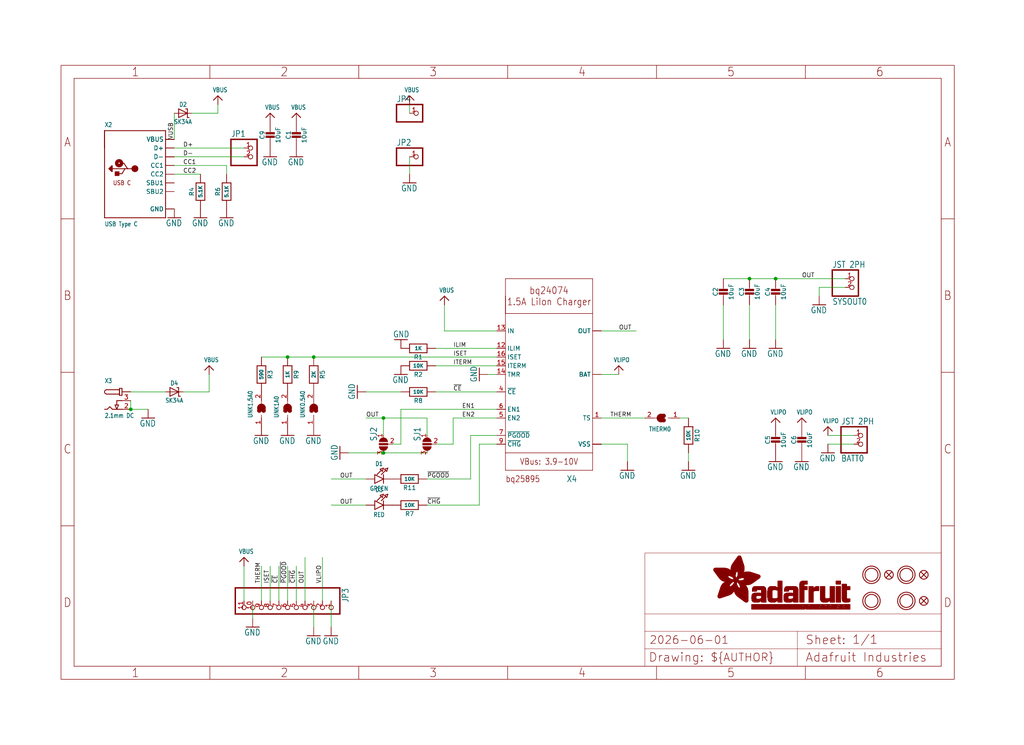
<source format=kicad_sch>
(kicad_sch (version 20230121) (generator eeschema)
  (paper "User" 298.45 217.322)
  (lib_symbols
    (symbol "working-eagle-import:BQ24074"
      (property "Reference" "X" (at 5.08 -27.94 0))
      (symbol "BQ24074_1_0"
        (text "bq24074\n1.5A LiIon Charger" (at 0 25.4 0) (effects (font (size 2.032 1.7272))))
        (text "bq25895" (at -12.7 -27.94 0) (effects (font (size 1.778 1.5113)) (justify left)))
        (text "VBus: 3.9-10V" (at 0 -22.86 0) (effects (font (size 1.778 1.5113))))
        (pin input line (at 15.24 -10.16 180) (length 2.54) (name "TS") (number "1"))
        (pin output line (at 15.24 15.24 180) (length 2.54) (name "OUT") (number "10"))
        (pin output line (at 15.24 15.24 180) (length 2.54) (name "OUT") (number "11"))
        (pin input line (at -15.24 10.16 0) (length 2.54) (name "ILIM") (number "12"))
        (pin power_in line (at -15.24 15.24 0) (length 2.54) (name "IN") (number "13"))
        (pin input line (at -15.24 2.54 0) (length 2.54) (name "TMR") (number "14"))
        (pin input line (at -15.24 5.08 0) (length 2.54) (name "ITERM") (number "15"))
        (pin input line (at -15.24 7.62 0) (length 2.54) (name "ISET") (number "16"))
        (pin input line (at 15.24 2.54 180) (length 2.54) (name "BAT") (number "2"))
        (pin input line (at 15.24 2.54 180) (length 2.54) (name "BAT") (number "3"))
        (pin input line (at -15.24 -2.54 0) (length 2.54) (name "~{CE}") (number "4"))
        (pin input line (at -15.24 -10.16 0) (length 2.54) (name "EN2") (number "5"))
        (pin input line (at -15.24 -7.62 0) (length 2.54) (name "EN1") (number "6"))
        (pin output line (at -15.24 -15.24 0) (length 2.54) (name "~{PGOOD}") (number "7"))
        (pin power_in line (at 15.24 -17.78 180) (length 2.54) (name "VSS") (number "8"))
        (pin output line (at -15.24 -17.78 0) (length 2.54) (name "~{CHG}") (number "9"))
        (pin power_in line (at 15.24 -17.78 180) (length 2.54) (name "VSS") (number "THERMAL"))
      )
    )
    (symbol "working-eagle-import:CAP_CERAMIC0805-NOOUTLINE"
      (property "Reference" "C" (at -2.29 1.25 90))
      (symbol "CAP_CERAMIC0805-NOOUTLINE_1_0"
        (pin passive line (at 0 5.08 270) (length 2.54) (name "1") (number "1"))
        (pin passive line (at 0 -2.54 90) (length 2.54) (name "2") (number "2"))
      )
    )
    (symbol "working-eagle-import:DCBARRELSMT"
      (property "Reference" "X" (at -5.08 5.08 0))
      (symbol "DCBARRELSMT_1_0"
        (pin power_in line (at 2.54 2.54 180) (length 2.54) (name "PWR") (number "1"))
        (pin power_in line (at 2.54 2.54 180) (length 2.54) (name "PWR") (number "1'"))
        (pin power_in line (at 2.54 -2.54 180) (length 2.54) (name "GND") (number "2"))
        (pin power_in line (at 2.54 0 180) (length 2.54) (name "GNDBREAK") (number "3"))
      )
    )
    (symbol "working-eagle-import:DIODE-SCHOTTKYSMA"
      (property "Reference" "D" (at 0 2.54 0))
      (symbol "DIODE-SCHOTTKYSMA_1_0"
        (pin passive line (at -2.54 0 0) (length 2.54) (name "A") (number "A"))
        (pin passive line (at 2.54 0 180) (length 2.54) (name "C") (number "C"))
      )
    )
    (symbol "working-eagle-import:FIDUCIAL_1MM")
    (symbol "working-eagle-import:FRAME_A4_ADAFRUIT"
      (symbol "FRAME_A4_ADAFRUIT_1_0"
        (text "${#}/${##}" (at 230.505 10.16 0) (effects (font (size 2.54 2.54)) (justify left bottom)))
        (text "${AUTHOR}" (at 189.23 5.08 0) (effects (font (size 2.286 2.286)) (justify left bottom)))
        (text "${CURRENT_DATE}" (at 171.45 10.16 0) (effects (font (size 2.286 2.286)) (justify left bottom)))
        (text "${PROJECTNAME}" (at 171.45 15.24 0) (effects (font (size 2.54 2.54)) (justify left bottom)))
        (text "1" (at 21.6958 1.905 0) (effects (font (size 2.54 2.286))))
        (text "1" (at 21.6958 177.165 0) (effects (font (size 2.54 2.286))))
        (text "2" (at 65.0875 1.905 0) (effects (font (size 2.54 2.286))))
        (text "2" (at 65.0875 177.165 0) (effects (font (size 2.54 2.286))))
        (text "3" (at 108.4792 1.905 0) (effects (font (size 2.54 2.286))))
        (text "3" (at 108.4792 177.165 0) (effects (font (size 2.54 2.286))))
        (text "4" (at 151.8708 1.905 0) (effects (font (size 2.54 2.286))))
        (text "4" (at 151.8708 177.165 0) (effects (font (size 2.54 2.286))))
        (text "5" (at 195.2625 1.905 0) (effects (font (size 2.54 2.286))))
        (text "5" (at 195.2625 177.165 0) (effects (font (size 2.54 2.286))))
        (text "6" (at 238.6542 1.905 0) (effects (font (size 2.54 2.286))))
        (text "6" (at 238.6542 177.165 0) (effects (font (size 2.54 2.286))))
        (text "A" (at 1.905 156.6863 0) (effects (font (size 2.54 2.286))))
        (text "A" (at 258.445 156.6863 0) (effects (font (size 2.54 2.286))))
        (text "Adafruit Industries" (at 216.916 4.953 0) (effects (font (size 2.54 2.54)) (justify left bottom)))
        (text "B" (at 1.905 111.9188 0) (effects (font (size 2.54 2.286))))
        (text "B" (at 258.445 111.9188 0) (effects (font (size 2.54 2.286))))
        (text "C" (at 1.905 67.1513 0) (effects (font (size 2.54 2.286))))
        (text "C" (at 258.445 67.1513 0) (effects (font (size 2.54 2.286))))
        (text "D" (at 1.905 22.3838 0) (effects (font (size 2.54 2.286))))
        (text "D" (at 258.445 22.3838 0) (effects (font (size 2.54 2.286))))
        (text "Drawing:" (at 171.196 4.953 0) (effects (font (size 2.54 2.54)) (justify left bottom)))
        (text "Sheet:" (at 216.916 10.033 0) (effects (font (size 2.54 2.54)) (justify left bottom)))
      )
    )
    (symbol "working-eagle-import:HEADER-1X1"
      (property "Reference" "JP" (at -6.35 3.175 0))
      (symbol "HEADER-1X1_1_0"
        (pin passive inverted (at -2.54 0 0) (length 2.54) (name "1") (number "1"))
      )
    )
    (symbol "working-eagle-import:HEADER-1X1176MIL"
      (property "Reference" "JP" (at -6.35 15.875 0))
      (symbol "HEADER-1X1176MIL_1_0"
        (pin passive inverted (at -2.54 12.7 0) (length 2.54) (name "1") (number "1"))
        (pin passive inverted (at -2.54 -10.16 0) (length 2.54) (name "10") (number "10"))
        (pin passive inverted (at -2.54 -12.7 0) (length 2.54) (name "11") (number "11"))
        (pin passive inverted (at -2.54 10.16 0) (length 2.54) (name "2") (number "2"))
        (pin passive inverted (at -2.54 7.62 0) (length 2.54) (name "3") (number "3"))
        (pin passive inverted (at -2.54 5.08 0) (length 2.54) (name "4") (number "4"))
        (pin passive inverted (at -2.54 2.54 0) (length 2.54) (name "5") (number "5"))
        (pin passive inverted (at -2.54 0 0) (length 2.54) (name "6") (number "6"))
        (pin passive inverted (at -2.54 -2.54 0) (length 2.54) (name "7") (number "7"))
        (pin passive inverted (at -2.54 -5.08 0) (length 2.54) (name "8") (number "8"))
        (pin passive inverted (at -2.54 -7.62 0) (length 2.54) (name "9") (number "9"))
      )
    )
    (symbol "working-eagle-import:HEADER-1X2ROUND"
      (property "Reference" "JP" (at -6.35 5.715 0))
      (symbol "HEADER-1X2ROUND_1_0"
        (pin passive inverted (at -2.54 2.54 0) (length 2.54) (name "1") (number "1"))
        (pin passive inverted (at -2.54 0 0) (length 2.54) (name "2") (number "2"))
      )
    )
    (symbol "working-eagle-import:JST_2PIN-SMT-RA"
      (property "Reference" "CN" (at -6.35 5.715 0))
      (symbol "JST_2PIN-SMT-RA_1_0"
        (pin passive inverted (at -2.54 0 0) (length 2.54) (name "2") (number "1"))
        (pin passive inverted (at -2.54 2.54 0) (length 2.54) (name "1") (number "2"))
      )
    )
    (symbol "working-eagle-import:LED0603"
      (property "Reference" "D" (at -1.27 4.445 0))
      (symbol "LED0603_1_0"
        (pin passive line (at -5.08 0 0) (length 2.54) (name "A") (number "A"))
        (pin passive line (at 2.54 0 180) (length 2.54) (name "C") (number "C"))
      )
    )
    (symbol "working-eagle-import:MOUNTINGHOLE2.5")
    (symbol "working-eagle-import:RESISTOR_0603_NOOUT"
      (property "Reference" "R" (at 0 2.54 0))
      (symbol "RESISTOR_0603_NOOUT_1_0"
        (pin passive line (at -5.08 0 0) (length 2.54) (name "1") (number "1"))
        (pin passive line (at 5.08 0 180) (length 2.54) (name "2") (number "2"))
      )
    )
    (symbol "working-eagle-import:SOLDERJUMPER"
      (property "Reference" "SJ" (at -2.54 2.54 0))
      (symbol "SOLDERJUMPER_1_0"
        (pin passive line (at -5.08 0 0) (length 2.54) (name "1") (number "1"))
        (pin passive line (at 5.08 0 180) (length 2.54) (name "2") (number "2"))
      )
    )
    (symbol "working-eagle-import:SOLDERJUMPERCLOSED"
      (property "Reference" "SJ" (at -2.54 2.54 0))
      (symbol "SOLDERJUMPERCLOSED_1_0"
        (pin passive line (at -5.08 0 0) (length 2.54) (name "1") (number "1"))
        (pin passive line (at 5.08 0 180) (length 2.54) (name "2") (number "2"))
      )
    )
    (symbol "working-eagle-import:SOLDERJUMPER_2WAY"
      (property "Reference" "SJ" (at -5.08 -3.81 0))
      (symbol "SOLDERJUMPER_2WAY_1_0"
        (pin passive line (at -2.54 0 0) (length 0) (name "1") (number "1"))
        (pin passive line (at 0 2.54 270) (length 0) (name "2") (number "2"))
        (pin passive line (at 2.54 0 180) (length 0) (name "3") (number "3"))
      )
    )
    (symbol "working-eagle-import:USB_C"
      (property "Reference" "X" (at -10.16 13.716 0))
      (symbol "USB_C_1_0"
        (text "USB C" (at -5.08 -2.54 0) (effects (font (size 1.27 1.0795))))
        (pin power_in line (at 10.16 -10.16 180) (length 2.54) (name "GND") (number "A1B12"))
        (pin power_in line (at 10.16 10.16 180) (length 2.54) (name "VBUS") (number "A4B9"))
        (pin bidirectional line (at 10.16 2.54 180) (length 2.54) (name "CC1") (number "A5"))
        (pin bidirectional line (at 10.16 7.62 180) (length 2.54) (name "D+") (number "A6"))
        (pin bidirectional line (at 10.16 5.08 180) (length 2.54) (name "D-") (number "A7"))
        (pin bidirectional line (at 10.16 -2.54 180) (length 2.54) (name "SBU1") (number "A8"))
        (pin power_in line (at 10.16 -10.16 180) (length 2.54) (name "GND") (number "B1A12"))
        (pin power_in line (at 10.16 10.16 180) (length 2.54) (name "VBUS") (number "B4A9"))
        (pin bidirectional line (at 10.16 0 180) (length 2.54) (name "CC2") (number "B5"))
        (pin bidirectional line (at 10.16 7.62 180) (length 2.54) (name "D+") (number "B6"))
        (pin bidirectional line (at 10.16 5.08 180) (length 2.54) (name "D-") (number "B7"))
        (pin bidirectional line (at 10.16 -5.08 180) (length 2.54) (name "SBU2") (number "B8"))
      )
    )
    (symbol "working-eagle-import:VBUS" (power)
      (property "Value" "VBUS" (at -1.524 1.016 0))
      (symbol "VBUS_1_0"
        (pin power_in line (at 0 -2.54 90) (length 2.54) (name "VBUS") (number "1"))
      )
    )
    (symbol "working-eagle-import:VLIPO" (power)
      (property "Value" "VLIPO" (at -1.524 1.016 0))
      (symbol "VLIPO_1_0"
        (pin power_in line (at 0 -2.54 90) (length 2.54) (name "VLIPO") (number "1"))
      )
    )
    (symbol "working-eagle-import:supply1_GND" (power)
      (property "Value" "supply1_GND" (at -2.54 -2.54 0))
      (symbol "supply1_GND_1_0"
        (pin power_in line (at 0 2.54 270) (length 2.54) (name "GND") (number "1"))
      )
    )
  )
  (junction (at 218.44 81.28))
  (junction (at 111.76 121.92))
  (junction (at 38.1 119.38))
  (junction (at 91.44 104.14))
  (junction (at 83.82 104.14))
  (junction (at 111.76 132.08))
  (junction (at 226.06 81.28))
  (wire (pts (xy 119.38 30.48) (xy 119.38 33.02)) (stroke (width 0.1524)))
  (wire (pts (xy 144.78 129.54) (xy 139.7 129.54)) (stroke (width 0.1524)))
  (wire (pts (xy 38.1 114.3) (xy 48.26 114.3)) (stroke (width 0.1524)))
  (wire (pts (xy 210.82 99.06) (xy 210.82 88.9)) (stroke (width 0.1524)))
  (wire (pts (xy 50.8 50.8) (xy 58.42 50.8)) (stroke (width 0.1524)))
  (wire (pts (xy 116.84 129.54) (xy 114.3 129.54)) (stroke (width 0.1524)))
  (wire (pts (xy 139.7 129.54) (xy 139.7 147.32)) (stroke (width 0.1524)))
  (wire (pts (xy 142.24 109.22) (xy 144.78 109.22)) (stroke (width 0.1524)))
  (wire (pts (xy 119.38 45.72) (xy 119.38 50.8)) (stroke (width 0.1524)))
  (wire (pts (xy 38.1 116.84) (xy 38.1 119.38)) (stroke (width 0.1524)))
  (wire (pts (xy 116.84 119.38) (xy 116.84 129.54)) (stroke (width 0.1524)))
  (wire (pts (xy 132.08 121.92) (xy 132.08 129.54)) (stroke (width 0.1524)))
  (wire (pts (xy 106.68 147.32) (xy 96.52 147.32)) (stroke (width 0.1524)))
  (wire (pts (xy 50.8 40.64) (xy 50.8 33.02)) (stroke (width 0.1524)))
  (wire (pts (xy 91.44 104.14) (xy 144.78 104.14)) (stroke (width 0.1524)))
  (wire (pts (xy 124.46 139.7) (xy 137.16 139.7)) (stroke (width 0.1524)))
  (wire (pts (xy 127 114.3) (xy 144.78 114.3)) (stroke (width 0.1524)))
  (wire (pts (xy 76.2 175.26) (xy 76.2 165.1)) (stroke (width 0.1524)))
  (wire (pts (xy 129.54 88.9) (xy 129.54 96.52)) (stroke (width 0.1524)))
  (wire (pts (xy 111.76 121.92) (xy 106.68 121.92)) (stroke (width 0.1524)))
  (wire (pts (xy 198.12 121.92) (xy 200.66 121.92)) (stroke (width 0.1524)))
  (wire (pts (xy 111.76 127) (xy 111.76 121.92)) (stroke (width 0.1524)))
  (wire (pts (xy 88.9 175.26) (xy 88.9 162.56)) (stroke (width 0.1524)))
  (wire (pts (xy 182.88 129.54) (xy 175.26 129.54)) (stroke (width 0.1524)))
  (wire (pts (xy 116.84 119.38) (xy 144.78 119.38)) (stroke (width 0.1524)))
  (wire (pts (xy 124.46 121.92) (xy 124.46 127)) (stroke (width 0.1524)))
  (wire (pts (xy 218.44 99.06) (xy 218.44 88.9)) (stroke (width 0.1524)))
  (wire (pts (xy 241.3 129.54) (xy 248.92 129.54)) (stroke (width 0.1524)))
  (wire (pts (xy 226.06 99.06) (xy 226.06 88.9)) (stroke (width 0.1524)))
  (wire (pts (xy 238.76 83.82) (xy 238.76 86.36)) (stroke (width 0.1524)))
  (wire (pts (xy 246.38 81.28) (xy 226.06 81.28)) (stroke (width 0.1524)))
  (wire (pts (xy 129.54 96.52) (xy 144.78 96.52)) (stroke (width 0.1524)))
  (wire (pts (xy 106.68 114.3) (xy 116.84 114.3)) (stroke (width 0.1524)))
  (wire (pts (xy 175.26 109.22) (xy 180.34 109.22)) (stroke (width 0.1524)))
  (wire (pts (xy 71.12 175.26) (xy 71.12 165.1)) (stroke (width 0.1524)))
  (wire (pts (xy 137.16 127) (xy 137.16 139.7)) (stroke (width 0.1524)))
  (wire (pts (xy 246.38 83.82) (xy 238.76 83.82)) (stroke (width 0.1524)))
  (wire (pts (xy 83.82 104.14) (xy 91.44 104.14)) (stroke (width 0.1524)))
  (wire (pts (xy 96.52 175.26) (xy 96.52 182.88)) (stroke (width 0.1524)))
  (wire (pts (xy 53.34 114.3) (xy 60.96 114.3)) (stroke (width 0.1524)))
  (wire (pts (xy 50.8 43.18) (xy 71.12 43.18)) (stroke (width 0.1524)))
  (wire (pts (xy 73.66 175.26) (xy 73.66 180.34)) (stroke (width 0.1524)))
  (wire (pts (xy 78.74 175.26) (xy 78.74 165.1)) (stroke (width 0.1524)))
  (wire (pts (xy 182.88 134.62) (xy 182.88 129.54)) (stroke (width 0.1524)))
  (wire (pts (xy 93.98 175.26) (xy 93.98 162.56)) (stroke (width 0.1524)))
  (wire (pts (xy 127 101.6) (xy 144.78 101.6)) (stroke (width 0.1524)))
  (wire (pts (xy 86.36 175.26) (xy 86.36 165.1)) (stroke (width 0.1524)))
  (wire (pts (xy 81.28 175.26) (xy 81.28 165.1)) (stroke (width 0.1524)))
  (wire (pts (xy 218.44 81.28) (xy 226.06 81.28)) (stroke (width 0.1524)))
  (wire (pts (xy 50.8 45.72) (xy 71.12 45.72)) (stroke (width 0.1524)))
  (wire (pts (xy 106.68 139.7) (xy 96.52 139.7)) (stroke (width 0.1524)))
  (wire (pts (xy 66.04 48.26) (xy 66.04 50.8)) (stroke (width 0.1524)))
  (wire (pts (xy 200.66 132.08) (xy 200.66 134.62)) (stroke (width 0.1524)))
  (wire (pts (xy 111.76 132.08) (xy 101.6 132.08)) (stroke (width 0.1524)))
  (wire (pts (xy 175.26 96.52) (xy 185.42 96.52)) (stroke (width 0.1524)))
  (wire (pts (xy 83.82 175.26) (xy 83.82 165.1)) (stroke (width 0.1524)))
  (wire (pts (xy 144.78 127) (xy 137.16 127)) (stroke (width 0.1524)))
  (wire (pts (xy 76.2 104.14) (xy 83.82 104.14)) (stroke (width 0.1524)))
  (wire (pts (xy 144.78 106.68) (xy 127 106.68)) (stroke (width 0.1524)))
  (wire (pts (xy 175.26 121.92) (xy 187.96 121.92)) (stroke (width 0.1524)))
  (wire (pts (xy 60.96 114.3) (xy 60.96 109.22)) (stroke (width 0.1524)))
  (wire (pts (xy 55.88 33.02) (xy 63.5 33.02)) (stroke (width 0.1524)))
  (wire (pts (xy 144.78 121.92) (xy 132.08 121.92)) (stroke (width 0.1524)))
  (wire (pts (xy 241.3 127) (xy 248.92 127)) (stroke (width 0.1524)))
  (wire (pts (xy 132.08 129.54) (xy 127 129.54)) (stroke (width 0.1524)))
  (wire (pts (xy 210.82 81.28) (xy 218.44 81.28)) (stroke (width 0.1524)))
  (wire (pts (xy 124.46 147.32) (xy 139.7 147.32)) (stroke (width 0.1524)))
  (wire (pts (xy 50.8 48.26) (xy 66.04 48.26)) (stroke (width 0.1524)))
  (wire (pts (xy 91.44 175.26) (xy 91.44 182.88)) (stroke (width 0.1524)))
  (wire (pts (xy 63.5 33.02) (xy 63.5 30.48)) (stroke (width 0.1524)))
  (wire (pts (xy 38.1 119.38) (xy 43.18 119.38)) (stroke (width 0.1524)))
  (wire (pts (xy 111.76 121.92) (xy 124.46 121.92)) (stroke (width 0.1524)))
  (wire (pts (xy 111.76 132.08) (xy 124.46 132.08)) (stroke (width 0.1524)))
  (label "OUT" (at 180.34 96.52 0) (effects (font (size 1.2446 1.2446))))
  (label "EN1" (at 134.62 119.38 0) (effects (font (size 1.2446 1.2446))))
  (label "OUT" (at 99.06 147.32 0) (effects (font (size 1.2446 1.2446))))
  (label "VUSB" (at 50.8 40.64 90) (effects (font (size 1.2446 1.2446))))
  (label "ILIM" (at 132.08 101.6 0) (effects (font (size 1.2446 1.2446))))
  (label "THERM" (at 177.8 121.92 0) (effects (font (size 1.2446 1.2446))))
  (label "EN2" (at 134.62 121.92 0) (effects (font (size 1.2446 1.2446))))
  (label "~{CE}" (at 132.08 114.3 0) (effects (font (size 1.2446 1.2446))))
  (label "OUT" (at 106.68 121.92 0) (effects (font (size 1.2446 1.2446))))
  (label "~{CHG}" (at 86.36 170.18 90) (effects (font (size 1.2446 1.2446))))
  (label "ITERM" (at 132.08 106.68 0) (effects (font (size 1.2446 1.2446))))
  (label "~{PGOOD}" (at 83.82 170.18 90) (effects (font (size 1.2446 1.2446))))
  (label "~{CHG}" (at 124.46 147.32 0) (effects (font (size 1.2446 1.2446))))
  (label "CC1" (at 53.34 48.26 0) (effects (font (size 1.2446 1.2446))))
  (label "D-" (at 53.34 45.72 0) (effects (font (size 1.2446 1.2446))))
  (label "ISET" (at 78.74 170.18 90) (effects (font (size 1.2446 1.2446))))
  (label "D+" (at 53.34 43.18 0) (effects (font (size 1.2446 1.2446))))
  (label "~{CE}" (at 81.28 170.18 90) (effects (font (size 1.2446 1.2446))))
  (label "~{PGOOD}" (at 124.46 139.7 0) (effects (font (size 1.2446 1.2446))))
  (label "OUT" (at 88.9 170.18 90) (effects (font (size 1.2446 1.2446))))
  (label "OUT" (at 233.68 81.28 0) (effects (font (size 1.2446 1.2446))))
  (label "ISET" (at 132.08 104.14 0) (effects (font (size 1.2446 1.2446))))
  (label "CC2" (at 53.34 50.8 0) (effects (font (size 1.2446 1.2446))))
  (label "OUT" (at 99.06 139.7 0) (effects (font (size 1.2446 1.2446))))
  (label "THERM" (at 76.2 170.18 90) (effects (font (size 1.2446 1.2446))))
  (label "VLIPO" (at 93.98 170.18 90) (effects (font (size 1.2446 1.2446))))
  (symbol (lib_id "working-eagle-import:supply1_GND") (at 73.66 182.88 0) (unit 1)
    (property "Reference" "#GND11" (effects hide))
    (property "Value" "GND" (at 71.12 185.42 0) (effects (font (size 1.778 1.5113)) (justify left bottom)))
  )
  (symbol (lib_id "working-eagle-import:RESISTOR_0603_NOOUT") (at 119.38 139.7 180) (unit 1)
    (property "Reference" "R11" (at 119.38 142.24 0))
    (property "Value" "10K" (at 119.38 139.7 0) (effects (font (size 1.016 1.016) bold)))
    (property "Footprint" "working:0603-NO" (effects hide))
  )
  (symbol (lib_id "working-eagle-import:VBUS") (at 86.36 33.02 0) (unit 1)
    (property "Reference" "#U$2" (effects hide))
    (property "Value" "VBUS" (at 84.836 32.004 0) (effects (font (size 1.27 1.0795)) (justify left bottom)))
  )
  (symbol (lib_id "working-eagle-import:supply1_GND") (at 200.66 137.16 0) (unit 1)
    (property "Reference" "#GND15" (effects hide))
    (property "Value" "GND" (at 198.12 139.7 0) (effects (font (size 1.778 1.5113)) (justify left bottom)))
  )
  (symbol (lib_id "working-eagle-import:supply1_GND") (at 119.38 53.34 0) (unit 1)
    (property "Reference" "#GND16" (effects hide))
    (property "Value" "GND" (at 116.84 55.88 0) (effects (font (size 1.778 1.5113)) (justify left bottom)))
  )
  (symbol (lib_id "working-eagle-import:CAP_CERAMIC0805-NOOUTLINE") (at 210.82 86.36 0) (unit 1)
    (property "Reference" "C2" (at 208.53 85.11 90))
    (property "Value" "10uF" (at 213.12 85.11 90))
    (property "Footprint" "working:0805-NO" (effects hide))
  )
  (symbol (lib_id "working-eagle-import:DIODE-SCHOTTKYSMA") (at 50.8 114.3 0) (unit 1)
    (property "Reference" "D4" (at 50.8 111.76 0) (effects (font (size 1.27 1.0795))))
    (property "Value" "SK34A" (at 50.8 116.8 0) (effects (font (size 1.27 1.0795))))
    (property "Footprint" "working:SMADIODE" (effects hide))
  )
  (symbol (lib_id "working-eagle-import:supply1_GND") (at 76.2 127 0) (unit 1)
    (property "Reference" "#GND14" (effects hide))
    (property "Value" "GND" (at 73.66 129.54 0) (effects (font (size 1.778 1.5113)) (justify left bottom)))
  )
  (symbol (lib_id "working-eagle-import:MOUNTINGHOLE2.5") (at 264.16 167.64 0) (unit 1)
    (property "Reference" "U$4" (effects hide))
    (property "Value" "MOUNTINGHOLE2.5" (effects hide))
    (property "Footprint" "working:MOUNTINGHOLE_2.5_PLATED" (effects hide))
  )
  (symbol (lib_id "working-eagle-import:SOLDERJUMPER_2WAY") (at 111.76 129.54 270) (unit 1)
    (property "Reference" "SJ2" (at 107.95 124.46 0) (effects (font (size 1.778 1.5113)) (justify left bottom)))
    (property "Value" "SOLDERJUMPER_2WAY" (effects hide))
    (property "Footprint" "working:SOLDERJUMPER_2WAY_OPEN_NOPASTE" (effects hide))
  )
  (symbol (lib_id "working-eagle-import:SOLDERJUMPERCLOSED") (at 83.82 119.38 90) (unit 1)
    (property "Reference" "UNK1A0" (at 81.28 121.92 0) (effects (font (size 1.27 1.0795)) (justify left bottom)))
    (property "Value" "SOLDERJUMPERCLOSED" (effects hide))
    (property "Footprint" "working:SOLDERJUMPER_CLOSEDWIRE" (effects hide))
  )
  (symbol (lib_id "working-eagle-import:VBUS") (at 60.96 106.68 0) (unit 1)
    (property "Reference" "#U$15" (effects hide))
    (property "Value" "VBUS" (at 59.436 105.664 0) (effects (font (size 1.27 1.0795)) (justify left bottom)))
  )
  (symbol (lib_id "working-eagle-import:supply1_GND") (at 86.36 45.72 0) (unit 1)
    (property "Reference" "#GND1" (effects hide))
    (property "Value" "GND" (at 83.82 48.26 0) (effects (font (size 1.778 1.5113)) (justify left bottom)))
  )
  (symbol (lib_id "working-eagle-import:RESISTOR_0603_NOOUT") (at 76.2 109.22 270) (unit 1)
    (property "Reference" "R3" (at 78.74 109.22 0))
    (property "Value" "590" (at 76.2 109.22 0) (effects (font (size 1.016 1.016) bold)))
    (property "Footprint" "working:0603-NO" (effects hide))
  )
  (symbol (lib_id "working-eagle-import:LED0603") (at 111.76 139.7 0) (unit 1)
    (property "Reference" "D1" (at 110.49 135.255 0) (effects (font (size 1.27 1.0795))))
    (property "Value" "GREEN" (at 110.49 142.494 0) (effects (font (size 1.27 1.0795))))
    (property "Footprint" "working:CHIPLED_0603" (effects hide))
  )
  (symbol (lib_id "working-eagle-import:RESISTOR_0603_NOOUT") (at 66.04 55.88 90) (unit 1)
    (property "Reference" "R6" (at 63.5 55.88 0))
    (property "Value" "5.1K" (at 66.04 55.88 0) (effects (font (size 1.016 1.016) bold)))
    (property "Footprint" "working:0603-NO" (effects hide))
  )
  (symbol (lib_id "working-eagle-import:supply1_GND") (at 83.82 127 0) (unit 1)
    (property "Reference" "#GND26" (effects hide))
    (property "Value" "GND" (at 81.28 129.54 0) (effects (font (size 1.778 1.5113)) (justify left bottom)))
  )
  (symbol (lib_id "working-eagle-import:RESISTOR_0603_NOOUT") (at 121.92 114.3 180) (unit 1)
    (property "Reference" "R8" (at 121.92 116.84 0))
    (property "Value" "10K" (at 121.92 114.3 0) (effects (font (size 1.016 1.016) bold)))
    (property "Footprint" "working:0603-NO" (effects hide))
  )
  (symbol (lib_id "working-eagle-import:CAP_CERAMIC0805-NOOUTLINE") (at 226.06 86.36 0) (unit 1)
    (property "Reference" "C4" (at 223.77 85.11 90))
    (property "Value" "10uF" (at 228.36 85.11 90))
    (property "Footprint" "working:0805-NO" (effects hide))
  )
  (symbol (lib_id "working-eagle-import:MOUNTINGHOLE2.5") (at 264.16 175.26 0) (unit 1)
    (property "Reference" "U$12" (effects hide))
    (property "Value" "MOUNTINGHOLE2.5" (effects hide))
    (property "Footprint" "working:MOUNTINGHOLE_2.5_PLATED" (effects hide))
  )
  (symbol (lib_id "working-eagle-import:JST_2PIN-SMT-RA") (at 251.46 127 0) (mirror x) (unit 1)
    (property "Reference" "BATT0" (at 245.11 132.715 0) (effects (font (size 1.778 1.5113)) (justify left bottom)))
    (property "Value" "JST 2PH" (at 245.11 121.92 0) (effects (font (size 1.778 1.5113)) (justify left bottom)))
    (property "Footprint" "working:JST-PH-2-SMT-RA" (effects hide))
  )
  (symbol (lib_id "working-eagle-import:HEADER-1X2ROUND") (at 73.66 45.72 0) (unit 1)
    (property "Reference" "JP1" (at 67.31 40.005 0) (effects (font (size 1.778 1.5113)) (justify left bottom)))
    (property "Value" "HEADER-1X2ROUND" (effects hide))
    (property "Footprint" "working:1X02_ROUND" (effects hide))
  )
  (symbol (lib_id "working-eagle-import:MOUNTINGHOLE2.5") (at 254 167.64 0) (unit 1)
    (property "Reference" "U$3" (effects hide))
    (property "Value" "MOUNTINGHOLE2.5" (effects hide))
    (property "Footprint" "working:MOUNTINGHOLE_2.5_PLATED" (effects hide))
  )
  (symbol (lib_id "working-eagle-import:supply1_GND") (at 58.42 63.5 0) (unit 1)
    (property "Reference" "#GND18" (effects hide))
    (property "Value" "GND" (at 55.88 66.04 0) (effects (font (size 1.778 1.5113)) (justify left bottom)))
  )
  (symbol (lib_id "working-eagle-import:CAP_CERAMIC0805-NOOUTLINE") (at 218.44 86.36 0) (unit 1)
    (property "Reference" "C3" (at 216.15 85.11 90))
    (property "Value" "10uF" (at 220.74 85.11 90))
    (property "Footprint" "working:0805-NO" (effects hide))
  )
  (symbol (lib_id "working-eagle-import:DIODE-SCHOTTKYSMA") (at 53.34 33.02 0) (unit 1)
    (property "Reference" "D2" (at 53.34 30.48 0) (effects (font (size 1.27 1.0795))))
    (property "Value" "SK34A" (at 53.34 35.52 0) (effects (font (size 1.27 1.0795))))
    (property "Footprint" "working:SMADIODE" (effects hide))
  )
  (symbol (lib_id "working-eagle-import:SOLDERJUMPERCLOSED") (at 193.04 121.92 180) (unit 1)
    (property "Reference" "THERM0" (at 195.58 124.46 0) (effects (font (size 1.27 1.0795)) (justify left bottom)))
    (property "Value" "SOLDERJUMPERCLOSED" (effects hide))
    (property "Footprint" "working:SOLDERJUMPER_CLOSEDWIRE" (effects hide))
  )
  (symbol (lib_id "working-eagle-import:MOUNTINGHOLE2.5") (at 254 175.26 0) (unit 1)
    (property "Reference" "U$11" (effects hide))
    (property "Value" "MOUNTINGHOLE2.5" (effects hide))
    (property "Footprint" "working:MOUNTINGHOLE_2.5_PLATED" (effects hide))
  )
  (symbol (lib_id "working-eagle-import:supply1_GND") (at 218.44 101.6 0) (unit 1)
    (property "Reference" "#GND2" (effects hide))
    (property "Value" "GND" (at 215.9 104.14 0) (effects (font (size 1.778 1.5113)) (justify left bottom)))
  )
  (symbol (lib_id "working-eagle-import:supply1_GND") (at 91.44 127 0) (unit 1)
    (property "Reference" "#GND25" (effects hide))
    (property "Value" "GND" (at 88.9 129.54 0) (effects (font (size 1.778 1.5113)) (justify left bottom)))
  )
  (symbol (lib_id "working-eagle-import:SOLDERJUMPER") (at 91.44 119.38 90) (unit 1)
    (property "Reference" "UNK0.5A0" (at 88.9 121.92 0) (effects (font (size 1.27 1.0795)) (justify left bottom)))
    (property "Value" "SOLDERJUMPER" (effects hide))
    (property "Footprint" "working:SOLDERJUMPER_ARROW_NOPASTE" (effects hide))
  )
  (symbol (lib_id "working-eagle-import:supply1_GND") (at 116.84 109.22 0) (unit 1)
    (property "Reference" "#GND17" (effects hide))
    (property "Value" "GND" (at 114.3 111.76 0) (effects (font (size 1.778 1.5113)) (justify left bottom)))
  )
  (symbol (lib_id "working-eagle-import:supply1_GND") (at 78.74 45.72 0) (unit 1)
    (property "Reference" "#GND24" (effects hide))
    (property "Value" "GND" (at 76.2 48.26 0) (effects (font (size 1.778 1.5113)) (justify left bottom)))
  )
  (symbol (lib_id "working-eagle-import:FIDUCIAL_1MM") (at 269.24 175.26 0) (unit 1)
    (property "Reference" "FID1" (effects hide))
    (property "Value" "FIDUCIAL_1MM" (effects hide))
    (property "Footprint" "working:FIDUCIAL_1MM" (effects hide))
  )
  (symbol (lib_id "working-eagle-import:supply1_GND") (at 238.76 88.9 0) (unit 1)
    (property "Reference" "#GND8" (effects hide))
    (property "Value" "GND" (at 236.22 91.44 0) (effects (font (size 1.778 1.5113)) (justify left bottom)))
  )
  (symbol (lib_id "working-eagle-import:VLIPO") (at 241.3 124.46 0) (unit 1)
    (property "Reference" "#U$10" (effects hide))
    (property "Value" "VLIPO" (at 239.776 123.444 0) (effects (font (size 1.27 1.0795)) (justify left bottom)))
  )
  (symbol (lib_id "working-eagle-import:LED0603") (at 111.76 147.32 0) (unit 1)
    (property "Reference" "D3" (at 110.49 142.875 0) (effects (font (size 1.27 1.0795))))
    (property "Value" "RED" (at 110.49 150.114 0) (effects (font (size 1.27 1.0795))))
    (property "Footprint" "working:CHIPLED_0603" (effects hide))
  )
  (symbol (lib_id "working-eagle-import:VBUS") (at 119.38 27.94 0) (unit 1)
    (property "Reference" "#U$17" (effects hide))
    (property "Value" "VBUS" (at 117.856 26.924 0) (effects (font (size 1.27 1.0795)) (justify left bottom)))
  )
  (symbol (lib_id "working-eagle-import:supply1_GND") (at 226.06 134.62 0) (unit 1)
    (property "Reference" "#GND10" (effects hide))
    (property "Value" "GND" (at 223.52 137.16 0) (effects (font (size 1.778 1.5113)) (justify left bottom)))
  )
  (symbol (lib_id "working-eagle-import:DCBARRELSMT") (at 35.56 116.84 0) (unit 1)
    (property "Reference" "X3" (at 30.48 111.76 0) (effects (font (size 1.27 1.0795)) (justify left bottom)))
    (property "Value" "2.1mm DC" (at 30.48 121.92 0) (effects (font (size 1.27 1.0795)) (justify left bottom)))
    (property "Footprint" "working:DCJACK_2MM_SMT" (effects hide))
  )
  (symbol (lib_id "working-eagle-import:HEADER-1X1176MIL") (at 83.82 177.8 270) (unit 1)
    (property "Reference" "JP3" (at 99.695 171.45 0) (effects (font (size 1.778 1.5113)) (justify left bottom)))
    (property "Value" "HEADER-1X1176MIL" (effects hide))
    (property "Footprint" "working:1X11_ROUND_76" (effects hide))
  )
  (symbol (lib_id "working-eagle-import:VLIPO") (at 233.68 121.92 0) (unit 1)
    (property "Reference" "#U$9" (effects hide))
    (property "Value" "VLIPO" (at 232.156 120.904 0) (effects (font (size 1.27 1.0795)) (justify left bottom)))
  )
  (symbol (lib_id "working-eagle-import:RESISTOR_0603_NOOUT") (at 58.42 55.88 90) (unit 1)
    (property "Reference" "R4" (at 55.88 55.88 0))
    (property "Value" "5.1K" (at 58.42 55.88 0) (effects (font (size 1.016 1.016) bold)))
    (property "Footprint" "working:0603-NO" (effects hide))
  )
  (symbol (lib_id "working-eagle-import:VBUS") (at 63.5 27.94 0) (unit 1)
    (property "Reference" "#U$6" (effects hide))
    (property "Value" "VBUS" (at 61.976 26.924 0) (effects (font (size 1.27 1.0795)) (justify left bottom)))
  )
  (symbol (lib_id "working-eagle-import:supply1_GND") (at 99.06 132.08 270) (unit 1)
    (property "Reference" "#GND4" (effects hide))
    (property "Value" "GND" (at 96.52 129.54 0) (effects (font (size 1.778 1.5113)) (justify left bottom)))
  )
  (symbol (lib_id "working-eagle-import:FIDUCIAL_1MM") (at 269.24 167.64 0) (unit 1)
    (property "Reference" "FID2" (effects hide))
    (property "Value" "FIDUCIAL_1MM" (effects hide))
    (property "Footprint" "working:FIDUCIAL_1MM" (effects hide))
  )
  (symbol (lib_id "working-eagle-import:RESISTOR_0603_NOOUT") (at 121.92 106.68 180) (unit 1)
    (property "Reference" "R2" (at 121.92 109.22 0))
    (property "Value" "10K" (at 121.92 106.68 0) (effects (font (size 1.016 1.016) bold)))
    (property "Footprint" "working:0603-NO" (effects hide))
  )
  (symbol (lib_id "working-eagle-import:HEADER-1X1") (at 121.92 33.02 0) (unit 1)
    (property "Reference" "JP4" (at 115.57 29.845 0) (effects (font (size 1.778 1.5113)) (justify left bottom)))
    (property "Value" "HEADER-1X1" (effects hide))
    (property "Footprint" "working:1X01_OVAL" (effects hide))
  )
  (symbol (lib_id "working-eagle-import:FRAME_A4_ADAFRUIT") (at 17.78 198.12 0) (unit 1)
    (property "Reference" "#U$5" (effects hide))
    (property "Value" "FRAME_A4_ADAFRUIT" (effects hide))
  )
  (symbol (lib_id "working-eagle-import:FIDUCIAL_1MM") (at 259.08 167.64 0) (unit 1)
    (property "Reference" "FID3" (effects hide))
    (property "Value" "FIDUCIAL_1MM" (effects hide))
    (property "Footprint" "working:FIDUCIAL_1MM" (effects hide))
  )
  (symbol (lib_id "working-eagle-import:supply1_GND") (at 241.3 132.08 0) (unit 1)
    (property "Reference" "#GND6" (effects hide))
    (property "Value" "GND" (at 238.76 134.62 0) (effects (font (size 1.778 1.5113)) (justify left bottom)))
  )
  (symbol (lib_id "working-eagle-import:SOLDERJUMPER_2WAY") (at 124.46 129.54 270) (unit 1)
    (property "Reference" "SJ1" (at 120.65 124.46 0) (effects (font (size 1.778 1.5113)) (justify left bottom)))
    (property "Value" "SOLDERJUMPER_2WAY" (effects hide))
    (property "Footprint" "working:SOLDERJUMPER_2WAY_OPEN_NOPASTE" (effects hide))
  )
  (symbol (lib_id "working-eagle-import:USB_C") (at 40.64 50.8 0) (unit 1)
    (property "Reference" "X2" (at 30.48 37.084 0) (effects (font (size 1.27 1.0795)) (justify left bottom)))
    (property "Value" "USB Type C" (at 30.48 66.04 0) (effects (font (size 1.27 1.0795)) (justify left bottom)))
    (property "Footprint" "working:USB_C_CUSB31-CFM2AX-01-X" (effects hide))
  )
  (symbol (lib_id "working-eagle-import:BQ24074") (at 160.02 111.76 0) (unit 1)
    (property "Reference" "X4" (at 165.1 139.7 0) (effects (font (size 1.778 1.5113)) (justify left)))
    (property "Value" "BQ24074" (effects hide))
    (property "Footprint" "working:QFN16_3MM" (effects hide))
  )
  (symbol (lib_id "working-eagle-import:RESISTOR_0603_NOOUT") (at 91.44 109.22 270) (unit 1)
    (property "Reference" "R5" (at 93.98 109.22 0))
    (property "Value" "2K" (at 91.44 109.22 0) (effects (font (size 1.016 1.016) bold)))
    (property "Footprint" "working:0603-NO" (effects hide))
  )
  (symbol (lib_id "working-eagle-import:VBUS") (at 78.74 33.02 0) (unit 1)
    (property "Reference" "#U$16" (effects hide))
    (property "Value" "VBUS" (at 77.216 32.004 0) (effects (font (size 1.27 1.0795)) (justify left bottom)))
  )
  (symbol (lib_id "working-eagle-import:VLIPO") (at 180.34 106.68 0) (unit 1)
    (property "Reference" "#U$8" (effects hide))
    (property "Value" "VLIPO" (at 178.816 105.664 0) (effects (font (size 1.27 1.0795)) (justify left bottom)))
  )
  (symbol (lib_id "working-eagle-import:JST_2PIN-SMT-RA") (at 248.92 81.28 0) (mirror x) (unit 1)
    (property "Reference" "SYSOUT0" (at 242.57 86.995 0) (effects (font (size 1.778 1.5113)) (justify left bottom)))
    (property "Value" "JST 2PH" (at 242.57 76.2 0) (effects (font (size 1.778 1.5113)) (justify left bottom)))
    (property "Footprint" "working:JST-PH-2-SMT-RA" (effects hide))
  )
  (symbol (lib_id "working-eagle-import:supply1_GND") (at 182.88 137.16 0) (unit 1)
    (property "Reference" "#GND20" (effects hide))
    (property "Value" "GND" (at 180.34 139.7 0) (effects (font (size 1.778 1.5113)) (justify left bottom)))
  )
  (symbol (lib_id "working-eagle-import:SOLDERJUMPER") (at 76.2 119.38 90) (unit 1)
    (property "Reference" "UNK1.5A0" (at 73.66 121.92 0) (effects (font (size 1.27 1.0795)) (justify left bottom)))
    (property "Value" "SOLDERJUMPER" (effects hide))
    (property "Footprint" "working:SOLDERJUMPER_ARROW_NOPASTE" (effects hide))
  )
  (symbol (lib_id "working-eagle-import:supply1_GND") (at 96.52 185.42 0) (unit 1)
    (property "Reference" "#GND22" (effects hide))
    (property "Value" "GND" (at 93.98 187.96 0) (effects (font (size 1.778 1.5113)) (justify left bottom)))
  )
  (symbol (lib_id "working-eagle-import:RESISTOR_0603_NOOUT") (at 121.92 101.6 180) (unit 1)
    (property "Reference" "R1" (at 121.92 104.14 0))
    (property "Value" "1K" (at 121.92 101.6 0) (effects (font (size 1.016 1.016) bold)))
    (property "Footprint" "working:0603-NO" (effects hide))
  )
  (symbol (lib_id "working-eagle-import:supply1_GND") (at 91.44 185.42 0) (unit 1)
    (property "Reference" "#GND27" (effects hide))
    (property "Value" "GND" (at 88.9 187.96 0) (effects (font (size 1.778 1.5113)) (justify left bottom)))
  )
  (symbol (lib_id "working-eagle-import:HEADER-1X1") (at 121.92 45.72 0) (unit 1)
    (property "Reference" "JP2" (at 115.57 42.545 0) (effects (font (size 1.778 1.5113)) (justify left bottom)))
    (property "Value" "HEADER-1X1" (effects hide))
    (property "Footprint" "working:1X01_OVAL" (effects hide))
  )
  (symbol (lib_id "working-eagle-import:RESISTOR_0603_NOOUT") (at 83.82 109.22 270) (unit 1)
    (property "Reference" "R9" (at 86.36 109.22 0))
    (property "Value" "1K" (at 83.82 109.22 0) (effects (font (size 1.016 1.016) bold)))
    (property "Footprint" "working:0603-NO" (effects hide))
  )
  (symbol (lib_id "working-eagle-import:supply1_GND") (at 233.68 134.62 0) (unit 1)
    (property "Reference" "#GND23" (effects hide))
    (property "Value" "GND" (at 231.14 137.16 0) (effects (font (size 1.778 1.5113)) (justify left bottom)))
  )
  (symbol (lib_id "working-eagle-import:VBUS") (at 129.54 86.36 0) (unit 1)
    (property "Reference" "#U$7" (effects hide))
    (property "Value" "VBUS" (at 128.016 85.344 0) (effects (font (size 1.27 1.0795)) (justify left bottom)))
  )
  (symbol (lib_id "working-eagle-import:supply1_GND") (at 50.8 63.5 0) (unit 1)
    (property "Reference" "#GND12" (effects hide))
    (property "Value" "GND" (at 48.26 66.04 0) (effects (font (size 1.778 1.5113)) (justify left bottom)))
  )
  (symbol (lib_id "working-eagle-import:supply1_GND") (at 66.04 63.5 0) (unit 1)
    (property "Reference" "#GND19" (effects hide))
    (property "Value" "GND" (at 63.5 66.04 0) (effects (font (size 1.778 1.5113)) (justify left bottom)))
  )
  (symbol (lib_id "working-eagle-import:CAP_CERAMIC0805-NOOUTLINE") (at 86.36 40.64 0) (unit 1)
    (property "Reference" "C1" (at 84.07 39.39 90))
    (property "Value" "10uF" (at 88.66 39.39 90))
    (property "Footprint" "working:0805-NO" (effects hide))
  )
  (symbol (lib_id "working-eagle-import:supply1_GND") (at 210.82 101.6 0) (unit 1)
    (property "Reference" "#GND9" (effects hide))
    (property "Value" "GND" (at 208.28 104.14 0) (effects (font (size 1.778 1.5113)) (justify left bottom)))
  )
  (symbol (lib_id "working-eagle-import:supply1_GND") (at 139.7 109.22 270) (unit 1)
    (property "Reference" "#GND7" (effects hide))
    (property "Value" "GND" (at 137.16 106.68 0) (effects (font (size 1.778 1.5113)) (justify left bottom)))
  )
  (symbol (lib_id "working-eagle-import:CAP_CERAMIC0805-NOOUTLINE") (at 78.74 40.64 0) (unit 1)
    (property "Reference" "C9" (at 76.45 39.39 90))
    (property "Value" "10uF" (at 81.04 39.39 90))
    (property "Footprint" "working:0805-NO" (effects hide))
  )
  (symbol (lib_id "working-eagle-import:supply1_GND") (at 104.14 114.3 270) (unit 1)
    (property "Reference" "#GND5" (effects hide))
    (property "Value" "GND" (at 101.6 111.76 0) (effects (font (size 1.778 1.5113)) (justify left bottom)))
  )
  (symbol (lib_id "working-eagle-import:RESISTOR_0603_NOOUT") (at 119.38 147.32 180) (unit 1)
    (property "Reference" "R7" (at 119.38 149.86 0))
    (property "Value" "10K" (at 119.38 147.32 0) (effects (font (size 1.016 1.016) bold)))
    (property "Footprint" "working:0603-NO" (effects hide))
  )
  (symbol (lib_id "working-eagle-import:VBUS") (at 71.12 162.56 0) (unit 1)
    (property "Reference" "#U$1" (effects hide))
    (property "Value" "VBUS" (at 69.596 161.544 0) (effects (font (size 1.27 1.0795)) (justify left bottom)))
  )
  (symbol (lib_id "working-eagle-import:CAP_CERAMIC0805-NOOUTLINE") (at 233.68 129.54 0) (unit 1)
    (property "Reference" "C6" (at 231.39 128.29 90))
    (property "Value" "10uF" (at 235.98 128.29 90))
    (property "Footprint" "working:0805-NO" (effects hide))
  )
  (symbol (lib_id "working-eagle-import:CAP_CERAMIC0805-NOOUTLINE") (at 226.06 129.54 0) (unit 1)
    (property "Reference" "C5" (at 223.77 128.29 90))
    (property "Value" "10uF" (at 228.36 128.29 90))
    (property "Footprint" "working:0805-NO" (effects hide))
  )
  (symbol (lib_id "working-eagle-import:supply1_GND") (at 116.84 99.06 180) (unit 1)
    (property "Reference" "#GND21" (effects hide))
    (property "Value" "GND" (at 119.38 96.52 0) (effects (font (size 1.778 1.5113)) (justify left bottom)))
  )
  (symbol (lib_id "working-eagle-import:RESISTOR_0603_NOOUT") (at 200.66 127 270) (unit 1)
    (property "Reference" "R10" (at 203.2 127 0))
    (property "Value" "10K" (at 200.66 127 0) (effects (font (size 1.016 1.016) bold)))
    (property "Footprint" "working:0603-NO" (effects hide))
  )
  (symbol (lib_id "working-eagle-import:supply1_GND") (at 226.06 101.6 0) (unit 1)
    (property "Reference" "#GND3" (effects hide))
    (property "Value" "GND" (at 223.52 104.14 0) (effects (font (size 1.778 1.5113)) (justify left bottom)))
  )
  (symbol (lib_id "working-eagle-import:supply1_GND") (at 43.18 121.92 0) (unit 1)
    (property "Reference" "#GND13" (effects hide))
    (property "Value" "GND" (at 40.64 124.46 0) (effects (font (size 1.778 1.5113)) (justify left bottom)))
  )
  (symbol (lib_id "working-eagle-import:VLIPO") (at 226.06 121.92 0) (unit 1)
    (property "Reference" "#U$13" (effects hide))
    (property "Value" "VLIPO" (at 224.536 120.904 0) (effects (font (size 1.27 1.0795)) (justify left bottom)))
  )
)
</source>
